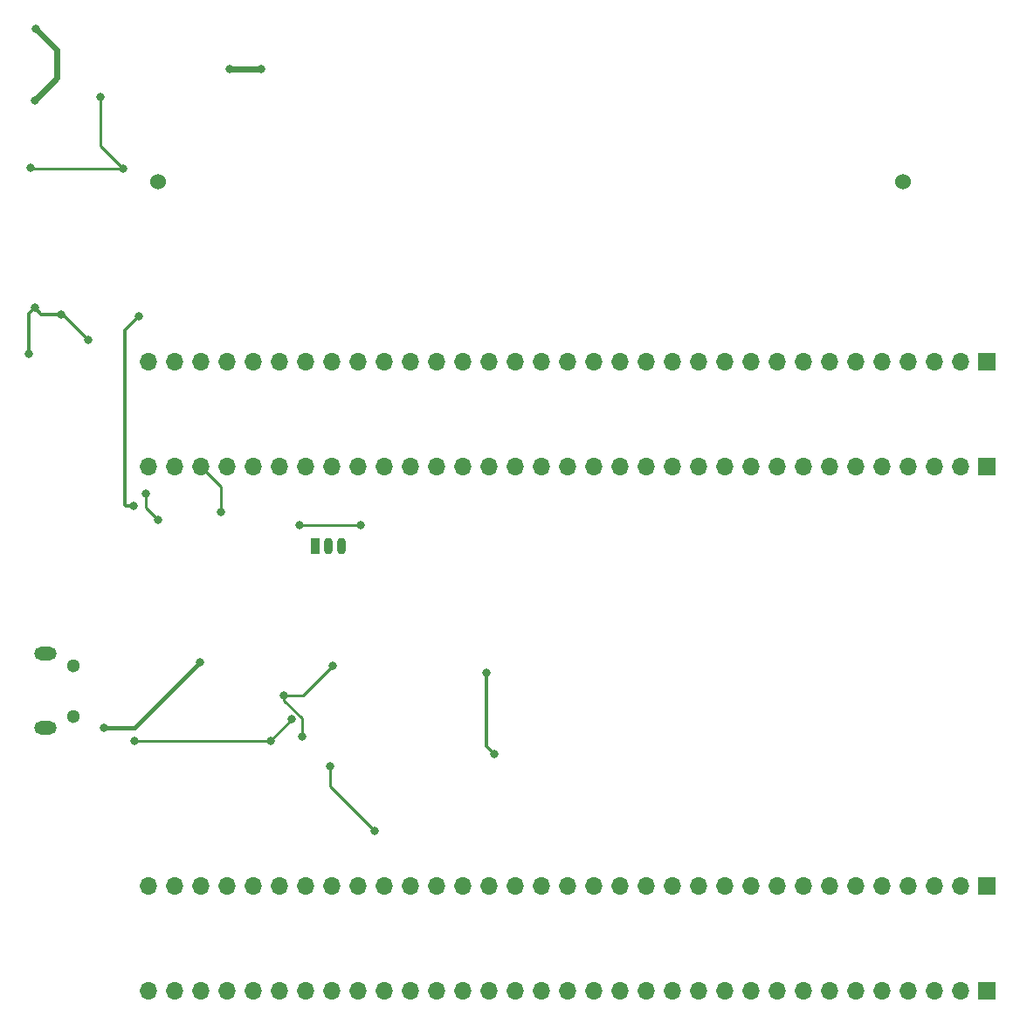
<source format=gtl>
%TF.GenerationSoftware,KiCad,Pcbnew,(6.0.2-0)*%
%TF.CreationDate,2022-04-08T22:13:10+02:00*%
%TF.ProjectId,main,6d61696e-2e6b-4696-9361-645f70636258,rev?*%
%TF.SameCoordinates,Original*%
%TF.FileFunction,Copper,L1,Top*%
%TF.FilePolarity,Positive*%
%FSLAX46Y46*%
G04 Gerber Fmt 4.6, Leading zero omitted, Abs format (unit mm)*
G04 Created by KiCad (PCBNEW (6.0.2-0)) date 2022-04-08 22:13:10*
%MOMM*%
%LPD*%
G01*
G04 APERTURE LIST*
%TA.AperFunction,ComponentPad*%
%ADD10R,1.700000X1.700000*%
%TD*%
%TA.AperFunction,ComponentPad*%
%ADD11O,1.700000X1.700000*%
%TD*%
%TA.AperFunction,ComponentPad*%
%ADD12C,1.524000*%
%TD*%
%TA.AperFunction,ComponentPad*%
%ADD13C,1.300000*%
%TD*%
%TA.AperFunction,ComponentPad*%
%ADD14O,2.200000X1.300000*%
%TD*%
%TA.AperFunction,ComponentPad*%
%ADD15R,0.900000X1.600000*%
%TD*%
%TA.AperFunction,ComponentPad*%
%ADD16O,0.900000X1.600000*%
%TD*%
%TA.AperFunction,ViaPad*%
%ADD17C,0.800000*%
%TD*%
%TA.AperFunction,Conductor*%
%ADD18C,0.250000*%
%TD*%
%TA.AperFunction,Conductor*%
%ADD19C,0.350000*%
%TD*%
%TA.AperFunction,Conductor*%
%ADD20C,0.600000*%
%TD*%
%TA.AperFunction,Conductor*%
%ADD21C,0.400000*%
%TD*%
G04 APERTURE END LIST*
D10*
%TO.P,J2,1,Pin_1*%
%TO.N,+3V0*%
X185540000Y-78160000D03*
D11*
%TO.P,J2,2,Pin_2*%
%TO.N,GND*%
X183000000Y-78160000D03*
%TO.P,J2,3,Pin_3*%
%TO.N,/VBAT*%
X180460000Y-78160000D03*
%TO.P,J2,4,Pin_4*%
%TO.N,/PC13*%
X177920000Y-78160000D03*
%TO.P,J2,5,Pin_5*%
%TO.N,/PC14*%
X175380000Y-78160000D03*
%TO.P,J2,6,Pin_6*%
%TO.N,/PC15*%
X172840000Y-78160000D03*
%TO.P,J2,7,Pin_7*%
%TO.N,/PF0*%
X170300000Y-78160000D03*
%TO.P,J2,8,Pin_8*%
%TO.N,/PF1*%
X167760000Y-78160000D03*
%TO.P,J2,9,Pin_9*%
%TO.N,GND*%
X165220000Y-78160000D03*
%TO.P,J2,10,Pin_10*%
%TO.N,/NRST*%
X162680000Y-78160000D03*
%TO.P,J2,11,Pin_11*%
%TO.N,/PC0*%
X160140000Y-78160000D03*
%TO.P,J2,12,Pin_12*%
%TO.N,/PC1*%
X157600000Y-78160000D03*
%TO.P,J2,13,Pin_13*%
%TO.N,/PC2*%
X155060000Y-78160000D03*
%TO.P,J2,14,Pin_14*%
%TO.N,/PC3*%
X152520000Y-78160000D03*
%TO.P,J2,15,Pin_15*%
%TO.N,/PA0*%
X149980000Y-78160000D03*
%TO.P,J2,16,Pin_16*%
%TO.N,/PA1*%
X147440000Y-78160000D03*
%TO.P,J2,17,Pin_17*%
%TO.N,/PA2*%
X144900000Y-78160000D03*
%TO.P,J2,18,Pin_18*%
%TO.N,/PA3*%
X142360000Y-78160000D03*
%TO.P,J2,19,Pin_19*%
%TO.N,/PF4*%
X139820000Y-78160000D03*
%TO.P,J2,20,Pin_20*%
%TO.N,/PF5*%
X137280000Y-78160000D03*
%TO.P,J2,21,Pin_21*%
%TO.N,/PA4*%
X134740000Y-78160000D03*
%TO.P,J2,22,Pin_22*%
%TO.N,/PA5*%
X132200000Y-78160000D03*
%TO.P,J2,23,Pin_23*%
%TO.N,/PA6*%
X129660000Y-78160000D03*
%TO.P,J2,24,Pin_24*%
%TO.N,/PA7*%
X127120000Y-78160000D03*
%TO.P,J2,25,Pin_25*%
%TO.N,/PC4*%
X124580000Y-78160000D03*
%TO.P,J2,26,Pin_26*%
%TO.N,/PC5*%
X122040000Y-78160000D03*
%TO.P,J2,27,Pin_27*%
%TO.N,/PB0*%
X119500000Y-78160000D03*
%TO.P,J2,28,Pin_28*%
%TO.N,/PB1*%
X116960000Y-78160000D03*
%TO.P,J2,29,Pin_29*%
%TO.N,/PB2*%
X114420000Y-78160000D03*
%TO.P,J2,30,Pin_30*%
%TO.N,/PB10*%
X111880000Y-78160000D03*
%TO.P,J2,31,Pin_31*%
%TO.N,/PB11*%
X109340000Y-78160000D03*
%TO.P,J2,32,Pin_32*%
%TO.N,/PB12*%
X106800000Y-78160000D03*
%TO.P,J2,33,Pin_33*%
%TO.N,GND*%
X104260000Y-78160000D03*
%TD*%
D10*
%TO.P,J1,1,Pin_1*%
%TO.N,+3V0*%
X185540000Y-68000000D03*
D11*
%TO.P,J1,2,Pin_2*%
%TO.N,GND*%
X183000000Y-68000000D03*
%TO.P,J1,3,Pin_3*%
%TO.N,/VBAT*%
X180460000Y-68000000D03*
%TO.P,J1,4,Pin_4*%
%TO.N,/PC13*%
X177920000Y-68000000D03*
%TO.P,J1,5,Pin_5*%
%TO.N,/PC14*%
X175380000Y-68000000D03*
%TO.P,J1,6,Pin_6*%
%TO.N,/PC15*%
X172840000Y-68000000D03*
%TO.P,J1,7,Pin_7*%
%TO.N,/PF0*%
X170300000Y-68000000D03*
%TO.P,J1,8,Pin_8*%
%TO.N,/PF1*%
X167760000Y-68000000D03*
%TO.P,J1,9,Pin_9*%
%TO.N,GND*%
X165220000Y-68000000D03*
%TO.P,J1,10,Pin_10*%
%TO.N,/NRST*%
X162680000Y-68000000D03*
%TO.P,J1,11,Pin_11*%
%TO.N,/PC0*%
X160140000Y-68000000D03*
%TO.P,J1,12,Pin_12*%
%TO.N,/PC1*%
X157600000Y-68000000D03*
%TO.P,J1,13,Pin_13*%
%TO.N,/PC2*%
X155060000Y-68000000D03*
%TO.P,J1,14,Pin_14*%
%TO.N,/PC3*%
X152520000Y-68000000D03*
%TO.P,J1,15,Pin_15*%
%TO.N,/PA0*%
X149980000Y-68000000D03*
%TO.P,J1,16,Pin_16*%
%TO.N,/PA1*%
X147440000Y-68000000D03*
%TO.P,J1,17,Pin_17*%
%TO.N,/PA2*%
X144900000Y-68000000D03*
%TO.P,J1,18,Pin_18*%
%TO.N,/PA3*%
X142360000Y-68000000D03*
%TO.P,J1,19,Pin_19*%
%TO.N,/PF4*%
X139820000Y-68000000D03*
%TO.P,J1,20,Pin_20*%
%TO.N,/PF5*%
X137280000Y-68000000D03*
%TO.P,J1,21,Pin_21*%
%TO.N,/PA4*%
X134740000Y-68000000D03*
%TO.P,J1,22,Pin_22*%
%TO.N,/PA5*%
X132200000Y-68000000D03*
%TO.P,J1,23,Pin_23*%
%TO.N,/PA6*%
X129660000Y-68000000D03*
%TO.P,J1,24,Pin_24*%
%TO.N,/PA7*%
X127120000Y-68000000D03*
%TO.P,J1,25,Pin_25*%
%TO.N,/PC4*%
X124580000Y-68000000D03*
%TO.P,J1,26,Pin_26*%
%TO.N,/PC5*%
X122040000Y-68000000D03*
%TO.P,J1,27,Pin_27*%
%TO.N,/PB0*%
X119500000Y-68000000D03*
%TO.P,J1,28,Pin_28*%
%TO.N,/PB1*%
X116960000Y-68000000D03*
%TO.P,J1,29,Pin_29*%
%TO.N,/PB2*%
X114420000Y-68000000D03*
%TO.P,J1,30,Pin_30*%
%TO.N,/PB10*%
X111880000Y-68000000D03*
%TO.P,J1,31,Pin_31*%
%TO.N,/PB11*%
X109340000Y-68000000D03*
%TO.P,J1,32,Pin_32*%
%TO.N,/PB12*%
X106800000Y-68000000D03*
%TO.P,J1,33,Pin_33*%
%TO.N,GND*%
X104260000Y-68000000D03*
%TD*%
D10*
%TO.P,J4,1,Pin_1*%
%TO.N,+5V*%
X185540000Y-128960000D03*
D11*
%TO.P,J4,2,Pin_2*%
%TO.N,GND*%
X183000000Y-128960000D03*
%TO.P,J4,3,Pin_3*%
%TO.N,/PB9*%
X180460000Y-128960000D03*
%TO.P,J4,4,Pin_4*%
%TO.N,/PB8*%
X177920000Y-128960000D03*
%TO.P,J4,5,Pin_5*%
%TO.N,VDD*%
X175380000Y-128960000D03*
%TO.P,J4,6,Pin_6*%
%TO.N,/BOOT*%
X172840000Y-128960000D03*
%TO.P,J4,7,Pin_7*%
%TO.N,/PB7*%
X170300000Y-128960000D03*
%TO.P,J4,8,Pin_8*%
%TO.N,/PB6*%
X167760000Y-128960000D03*
%TO.P,J4,9,Pin_9*%
%TO.N,/PB5*%
X165220000Y-128960000D03*
%TO.P,J4,10,Pin_10*%
%TO.N,/PB4*%
X162680000Y-128960000D03*
%TO.P,J4,11,Pin_11*%
%TO.N,/PB3*%
X160140000Y-128960000D03*
%TO.P,J4,12,Pin_12*%
%TO.N,/PD2*%
X157600000Y-128960000D03*
%TO.P,J4,13,Pin_13*%
%TO.N,/PC12*%
X155060000Y-128960000D03*
%TO.P,J4,14,Pin_14*%
%TO.N,/PC11*%
X152520000Y-128960000D03*
%TO.P,J4,15,Pin_15*%
%TO.N,/PC10*%
X149980000Y-128960000D03*
%TO.P,J4,16,Pin_16*%
%TO.N,/PA15*%
X147440000Y-128960000D03*
%TO.P,J4,17,Pin_17*%
%TO.N,/PA14*%
X144900000Y-128960000D03*
%TO.P,J4,18,Pin_18*%
%TO.N,/PF7*%
X142360000Y-128960000D03*
%TO.P,J4,19,Pin_19*%
%TO.N,/PF6*%
X139820000Y-128960000D03*
%TO.P,J4,20,Pin_20*%
%TO.N,/PA13*%
X137280000Y-128960000D03*
%TO.P,J4,21,Pin_21*%
%TO.N,/PA12*%
X134740000Y-128960000D03*
%TO.P,J4,22,Pin_22*%
%TO.N,/PA11*%
X132200000Y-128960000D03*
%TO.P,J4,23,Pin_23*%
%TO.N,/PA10*%
X129660000Y-128960000D03*
%TO.P,J4,24,Pin_24*%
%TO.N,/PA9*%
X127120000Y-128960000D03*
%TO.P,J4,25,Pin_25*%
%TO.N,/PA8*%
X124580000Y-128960000D03*
%TO.P,J4,26,Pin_26*%
%TO.N,/PC9*%
X122040000Y-128960000D03*
%TO.P,J4,27,Pin_27*%
%TO.N,/PC8*%
X119500000Y-128960000D03*
%TO.P,J4,28,Pin_28*%
%TO.N,/PC7*%
X116960000Y-128960000D03*
%TO.P,J4,29,Pin_29*%
%TO.N,/PC6*%
X114420000Y-128960000D03*
%TO.P,J4,30,Pin_30*%
%TO.N,/PB15*%
X111880000Y-128960000D03*
%TO.P,J4,31,Pin_31*%
%TO.N,/PB14*%
X109340000Y-128960000D03*
%TO.P,J4,32,Pin_32*%
%TO.N,/PB13*%
X106800000Y-128960000D03*
%TO.P,J4,33,Pin_33*%
%TO.N,GND*%
X104260000Y-128960000D03*
%TD*%
D12*
%TO.P,BT1,1,+*%
%TO.N,/Power/BAT+*%
X177370000Y-50550000D03*
%TO.P,BT1,2,-*%
%TO.N,GND*%
X105150000Y-50550000D03*
%TD*%
D10*
%TO.P,J3,1,Pin_1*%
%TO.N,+5V*%
X185540000Y-118800000D03*
D11*
%TO.P,J3,2,Pin_2*%
%TO.N,GND*%
X183000000Y-118800000D03*
%TO.P,J3,3,Pin_3*%
%TO.N,/PB9*%
X180460000Y-118800000D03*
%TO.P,J3,4,Pin_4*%
%TO.N,/PB8*%
X177920000Y-118800000D03*
%TO.P,J3,5,Pin_5*%
%TO.N,VDD*%
X175380000Y-118800000D03*
%TO.P,J3,6,Pin_6*%
%TO.N,/BOOT*%
X172840000Y-118800000D03*
%TO.P,J3,7,Pin_7*%
%TO.N,/PB7*%
X170300000Y-118800000D03*
%TO.P,J3,8,Pin_8*%
%TO.N,/PB6*%
X167760000Y-118800000D03*
%TO.P,J3,9,Pin_9*%
%TO.N,/PB5*%
X165220000Y-118800000D03*
%TO.P,J3,10,Pin_10*%
%TO.N,/PB4*%
X162680000Y-118800000D03*
%TO.P,J3,11,Pin_11*%
%TO.N,/PB3*%
X160140000Y-118800000D03*
%TO.P,J3,12,Pin_12*%
%TO.N,/PD2*%
X157600000Y-118800000D03*
%TO.P,J3,13,Pin_13*%
%TO.N,/PC12*%
X155060000Y-118800000D03*
%TO.P,J3,14,Pin_14*%
%TO.N,/PC11*%
X152520000Y-118800000D03*
%TO.P,J3,15,Pin_15*%
%TO.N,/PC10*%
X149980000Y-118800000D03*
%TO.P,J3,16,Pin_16*%
%TO.N,/PA15*%
X147440000Y-118800000D03*
%TO.P,J3,17,Pin_17*%
%TO.N,/PA14*%
X144900000Y-118800000D03*
%TO.P,J3,18,Pin_18*%
%TO.N,/PF7*%
X142360000Y-118800000D03*
%TO.P,J3,19,Pin_19*%
%TO.N,/PF6*%
X139820000Y-118800000D03*
%TO.P,J3,20,Pin_20*%
%TO.N,/PA13*%
X137280000Y-118800000D03*
%TO.P,J3,21,Pin_21*%
%TO.N,/PA12*%
X134740000Y-118800000D03*
%TO.P,J3,22,Pin_22*%
%TO.N,/PA11*%
X132200000Y-118800000D03*
%TO.P,J3,23,Pin_23*%
%TO.N,/PA10*%
X129660000Y-118800000D03*
%TO.P,J3,24,Pin_24*%
%TO.N,/PA9*%
X127120000Y-118800000D03*
%TO.P,J3,25,Pin_25*%
%TO.N,/PA8*%
X124580000Y-118800000D03*
%TO.P,J3,26,Pin_26*%
%TO.N,/PC9*%
X122040000Y-118800000D03*
%TO.P,J3,27,Pin_27*%
%TO.N,/PC8*%
X119500000Y-118800000D03*
%TO.P,J3,28,Pin_28*%
%TO.N,/PC7*%
X116960000Y-118800000D03*
%TO.P,J3,29,Pin_29*%
%TO.N,/PC6*%
X114420000Y-118800000D03*
%TO.P,J3,30,Pin_30*%
%TO.N,/PB15*%
X111880000Y-118800000D03*
%TO.P,J3,31,Pin_31*%
%TO.N,/PB14*%
X109340000Y-118800000D03*
%TO.P,J3,32,Pin_32*%
%TO.N,/PB13*%
X106800000Y-118800000D03*
%TO.P,J3,33,Pin_33*%
%TO.N,GND*%
X104260000Y-118800000D03*
%TD*%
D13*
%TO.P,U4,6,SH1*%
%TO.N,Net-(D4-Pad2)*%
X96965000Y-97483200D03*
D14*
%TO.P,U4,7,SH2*%
X94295000Y-96308200D03*
%TO.P,U4,8,SH3*%
X94295000Y-103508200D03*
D13*
%TO.P,U4,9,SH4*%
X96965000Y-102333200D03*
%TD*%
D15*
%TO.P,U1,1,+Vs*%
%TO.N,/3V3*%
X120396000Y-85852000D03*
D16*
%TO.P,U1,2,Vout*%
%TO.N,/PC5*%
X121666000Y-85852000D03*
%TO.P,U1,3,GND*%
%TO.N,GND*%
X122936000Y-85852000D03*
%TD*%
D17*
%TO.N,GND*%
X118872000Y-83820000D03*
X124841000Y-83820000D03*
X93210000Y-62750000D03*
X117360000Y-100350000D03*
X103960000Y-80750000D03*
X92610000Y-67250000D03*
X112160000Y-39650000D03*
X95760000Y-63400000D03*
X115160000Y-39650000D03*
X101810000Y-49300000D03*
X122110000Y-97500000D03*
X105156000Y-83312000D03*
X92810000Y-49200000D03*
X98410000Y-65900000D03*
X99560000Y-42300000D03*
X119110000Y-104300000D03*
%TO.N,/PB11*%
X111252000Y-82550000D03*
%TO.N,/PB6*%
X137795000Y-106045000D03*
X137033000Y-98171000D03*
%TO.N,/PA10*%
X121860000Y-107200000D03*
X126210000Y-113500000D03*
%TO.N,/3V3*%
X102810000Y-81950000D03*
X103310000Y-63600000D03*
%TO.N,Net-(D3-Pad1)*%
X93210000Y-42650000D03*
X93300000Y-35700000D03*
%TO.N,/USB_5V*%
X99960000Y-103500000D03*
X109210000Y-97150000D03*
%TO.N,/USB_D-*%
X102910000Y-104750000D03*
X118160000Y-102650000D03*
X116078000Y-104775000D03*
%TD*%
D18*
%TO.N,GND*%
X103960000Y-80750000D02*
X103960000Y-82116000D01*
X117360000Y-100350000D02*
X119260000Y-100350000D01*
D19*
X93860000Y-63400000D02*
X93210000Y-62750000D01*
D18*
X119110000Y-104300000D02*
X119110000Y-102575386D01*
X99560000Y-47050000D02*
X99560000Y-42300000D01*
X103960000Y-82116000D02*
X105156000Y-83312000D01*
X117360000Y-100825386D02*
X117360000Y-100350000D01*
X119110000Y-102575386D02*
X117360000Y-100825386D01*
X119260000Y-100350000D02*
X122110000Y-97500000D01*
D19*
X92610000Y-63350000D02*
X92610000Y-67250000D01*
D18*
X124841000Y-83820000D02*
X118872000Y-83820000D01*
X101810000Y-49300000D02*
X92910000Y-49300000D01*
D19*
X95760000Y-63400000D02*
X93860000Y-63400000D01*
D18*
X101810000Y-49300000D02*
X99560000Y-47050000D01*
D19*
X95910000Y-63400000D02*
X95760000Y-63400000D01*
D20*
X112160000Y-39650000D02*
X115160000Y-39650000D01*
D19*
X93210000Y-62750000D02*
X92610000Y-63350000D01*
X98410000Y-65900000D02*
X95910000Y-63400000D01*
D18*
X92910000Y-49300000D02*
X92810000Y-49200000D01*
%TO.N,/PB11*%
X111252000Y-82550000D02*
X111252000Y-80072000D01*
X111252000Y-80072000D02*
X109340000Y-78160000D01*
D19*
%TO.N,/PB6*%
X137033000Y-98171000D02*
X137033000Y-105283000D01*
X137033000Y-105283000D02*
X137795000Y-106045000D01*
D18*
%TO.N,/PA10*%
X121860000Y-109150000D02*
X121860000Y-107200000D01*
X126210000Y-113500000D02*
X121860000Y-109150000D01*
D19*
%TO.N,/3V3*%
X101960000Y-81850000D02*
X102060000Y-81950000D01*
X103310000Y-63600000D02*
X101960000Y-64950000D01*
X102060000Y-81950000D02*
X102810000Y-81950000D01*
X101960000Y-64950000D02*
X101960000Y-81850000D01*
D20*
%TO.N,Net-(D3-Pad1)*%
X93210000Y-42650000D02*
X95360000Y-40500000D01*
X95360000Y-37760000D02*
X93300000Y-35700000D01*
X95360000Y-40500000D02*
X95360000Y-37760000D01*
D21*
%TO.N,/USB_5V*%
X99960000Y-103500000D02*
X102860000Y-103500000D01*
X102860000Y-103500000D02*
X109210000Y-97150000D01*
D18*
%TO.N,/USB_D-*%
X116060000Y-104750000D02*
X102910000Y-104750000D01*
X118160000Y-102650000D02*
X116060000Y-104750000D01*
%TD*%
M02*

</source>
